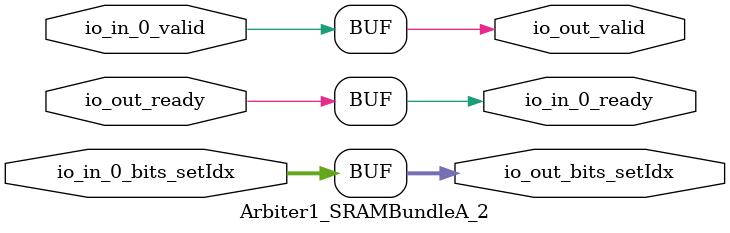
<source format=sv>
`ifndef RANDOMIZE
  `ifdef RANDOMIZE_MEM_INIT
    `define RANDOMIZE
  `endif // RANDOMIZE_MEM_INIT
`endif // not def RANDOMIZE
`ifndef RANDOMIZE
  `ifdef RANDOMIZE_REG_INIT
    `define RANDOMIZE
  `endif // RANDOMIZE_REG_INIT
`endif // not def RANDOMIZE

`ifndef RANDOM
  `define RANDOM $random
`endif // not def RANDOM

// Users can define INIT_RANDOM as general code that gets injected into the
// initializer block for modules with registers.
`ifndef INIT_RANDOM
  `define INIT_RANDOM
`endif // not def INIT_RANDOM

// If using random initialization, you can also define RANDOMIZE_DELAY to
// customize the delay used, otherwise 0.002 is used.
`ifndef RANDOMIZE_DELAY
  `define RANDOMIZE_DELAY 0.002
`endif // not def RANDOMIZE_DELAY

// Define INIT_RANDOM_PROLOG_ for use in our modules below.
`ifndef INIT_RANDOM_PROLOG_
  `ifdef RANDOMIZE
    `ifdef VERILATOR
      `define INIT_RANDOM_PROLOG_ `INIT_RANDOM
    `else  // VERILATOR
      `define INIT_RANDOM_PROLOG_ `INIT_RANDOM #`RANDOMIZE_DELAY begin end
    `endif // VERILATOR
  `else  // RANDOMIZE
    `define INIT_RANDOM_PROLOG_
  `endif // RANDOMIZE
`endif // not def INIT_RANDOM_PROLOG_

// Include register initializers in init blocks unless synthesis is set
`ifndef SYNTHESIS
  `ifndef ENABLE_INITIAL_REG_
    `define ENABLE_INITIAL_REG_
  `endif // not def ENABLE_INITIAL_REG_
`endif // not def SYNTHESIS

// Include rmemory initializers in init blocks unless synthesis is set
`ifndef SYNTHESIS
  `ifndef ENABLE_INITIAL_MEM_
    `define ENABLE_INITIAL_MEM_
  `endif // not def ENABLE_INITIAL_MEM_
`endif // not def SYNTHESIS

// Standard header to adapt well known macros for prints and assertions.

// Users can define 'PRINTF_COND' to add an extra gate to prints.
`ifndef PRINTF_COND_
  `ifdef PRINTF_COND
    `define PRINTF_COND_ (`PRINTF_COND)
  `else  // PRINTF_COND
    `define PRINTF_COND_ 1
  `endif // PRINTF_COND
`endif // not def PRINTF_COND_

// Users can define 'ASSERT_VERBOSE_COND' to add an extra gate to assert error printing.
`ifndef ASSERT_VERBOSE_COND_
  `ifdef ASSERT_VERBOSE_COND
    `define ASSERT_VERBOSE_COND_ (`ASSERT_VERBOSE_COND)
  `else  // ASSERT_VERBOSE_COND
    `define ASSERT_VERBOSE_COND_ 1
  `endif // ASSERT_VERBOSE_COND
`endif // not def ASSERT_VERBOSE_COND_

// Users can define 'STOP_COND' to add an extra gate to stop conditions.
`ifndef STOP_COND_
  `ifdef STOP_COND
    `define STOP_COND_ (`STOP_COND)
  `else  // STOP_COND
    `define STOP_COND_ 1
  `endif // STOP_COND
`endif // not def STOP_COND_

module Arbiter1_SRAMBundleA_2(	// src/main/scala/chisel3/util/Arbiter.scala:133:7
  output       io_in_0_ready,	// src/main/scala/chisel3/util/Arbiter.scala:140:14
  input        io_in_0_valid,	// src/main/scala/chisel3/util/Arbiter.scala:140:14
  input  [8:0] io_in_0_bits_setIdx,	// src/main/scala/chisel3/util/Arbiter.scala:140:14
  input        io_out_ready,	// src/main/scala/chisel3/util/Arbiter.scala:140:14
  output       io_out_valid,	// src/main/scala/chisel3/util/Arbiter.scala:140:14
  output [8:0] io_out_bits_setIdx	// src/main/scala/chisel3/util/Arbiter.scala:140:14
);

  assign io_in_0_ready = io_out_ready;	// src/main/scala/chisel3/util/Arbiter.scala:133:7
  assign io_out_valid = io_in_0_valid;	// src/main/scala/chisel3/util/Arbiter.scala:133:7
  assign io_out_bits_setIdx = io_in_0_bits_setIdx;	// src/main/scala/chisel3/util/Arbiter.scala:133:7
endmodule


</source>
